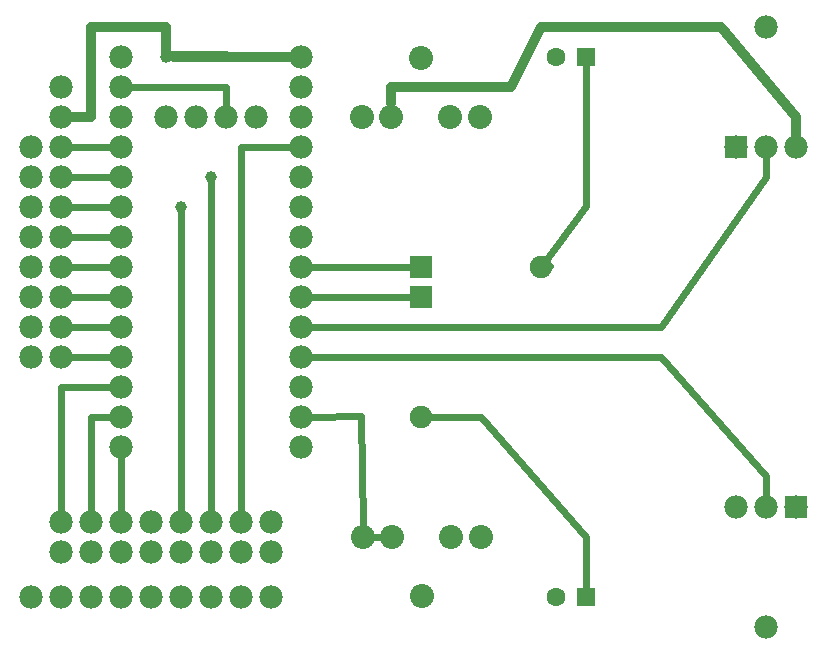
<source format=gtl>
G04 MADE WITH FRITZING*
G04 WWW.FRITZING.ORG*
G04 DOUBLE SIDED*
G04 HOLES PLATED*
G04 CONTOUR ON CENTER OF CONTOUR VECTOR*
%ASAXBY*%
%FSLAX23Y23*%
%MOIN*%
%OFA0B0*%
%SFA1.0B1.0*%
%ADD10C,0.078000*%
%ADD11C,0.080350*%
%ADD12C,0.062992*%
%ADD13C,0.075000*%
%ADD14C,0.039370*%
%ADD15R,0.078000X0.078000*%
%ADD16R,0.062992X0.062992*%
%ADD17R,0.075000X0.075000*%
%ADD18C,0.024000*%
%ADD19C,0.032000*%
%ADD20R,0.001000X0.001000*%
%LNCOPPER1*%
G90*
G70*
G54D10*
X1007Y1968D03*
X1007Y1868D03*
X1007Y1768D03*
X1007Y1668D03*
X1007Y1568D03*
X1007Y1468D03*
X1007Y1368D03*
X1007Y1268D03*
X1007Y1168D03*
X1007Y1068D03*
X1007Y968D03*
X1007Y868D03*
X1007Y768D03*
X1007Y668D03*
X407Y1968D03*
X407Y1868D03*
X407Y1768D03*
X407Y1668D03*
X407Y1568D03*
X407Y1468D03*
X407Y1368D03*
X407Y1268D03*
X407Y1168D03*
X407Y1068D03*
X407Y968D03*
X407Y868D03*
X407Y768D03*
X407Y668D03*
X108Y1668D03*
X108Y1568D03*
X108Y1468D03*
X108Y1368D03*
X108Y1268D03*
X108Y1168D03*
X108Y1068D03*
X108Y968D03*
X108Y1668D03*
X108Y1568D03*
X108Y1468D03*
X108Y1368D03*
X108Y1268D03*
X108Y1168D03*
X108Y1068D03*
X108Y968D03*
X208Y968D03*
X208Y1068D03*
X208Y1168D03*
X208Y1268D03*
X208Y1368D03*
X208Y1468D03*
X208Y1568D03*
X208Y1668D03*
X208Y318D03*
X308Y318D03*
X408Y318D03*
X508Y318D03*
X608Y318D03*
X708Y318D03*
X808Y318D03*
X908Y318D03*
X208Y318D03*
X308Y318D03*
X408Y318D03*
X508Y318D03*
X608Y318D03*
X708Y318D03*
X808Y318D03*
X908Y318D03*
X908Y418D03*
X808Y418D03*
X708Y418D03*
X608Y418D03*
X508Y418D03*
X408Y418D03*
X308Y418D03*
X208Y418D03*
X108Y168D03*
X208Y168D03*
X308Y168D03*
X408Y168D03*
X508Y168D03*
X608Y168D03*
X708Y168D03*
X808Y168D03*
X908Y168D03*
G54D11*
X1409Y171D03*
X1213Y368D03*
X1311Y368D03*
X1508Y368D03*
X1606Y368D03*
X1406Y1964D03*
X1603Y1768D03*
X1504Y1768D03*
X1307Y1768D03*
X1209Y1768D03*
G54D10*
X2658Y468D03*
X2558Y468D03*
X2458Y468D03*
X2458Y1668D03*
X2558Y1668D03*
X2658Y1668D03*
G54D12*
X1956Y168D03*
X1858Y168D03*
X1956Y1968D03*
X1858Y1968D03*
G54D13*
X1407Y1168D03*
X1407Y768D03*
X1407Y1268D03*
X1807Y1268D03*
G54D14*
X707Y1568D03*
X607Y1468D03*
G54D10*
X2558Y68D03*
X2558Y2068D03*
X557Y1768D03*
X657Y1768D03*
X757Y1768D03*
X857Y1768D03*
G54D14*
X557Y1968D03*
G54D10*
X208Y1768D03*
X208Y1868D03*
G54D15*
X2658Y468D03*
X2458Y1668D03*
G54D16*
X1956Y168D03*
X1956Y1968D03*
G54D17*
X1407Y1168D03*
X1407Y1268D03*
G54D18*
X238Y1668D02*
X377Y1668D01*
D02*
X238Y1568D02*
X377Y1568D01*
D02*
X238Y1468D02*
X377Y1468D01*
D02*
X238Y1368D02*
X377Y1368D01*
D02*
X238Y1268D02*
X377Y1268D01*
D02*
X238Y1168D02*
X377Y1168D01*
D02*
X238Y1068D02*
X377Y1068D01*
D02*
X238Y968D02*
X377Y968D01*
G54D19*
D02*
X1007Y1968D02*
X582Y1968D01*
G54D18*
D02*
X1607Y768D02*
X1957Y368D01*
D02*
X1957Y368D02*
X1956Y195D01*
D02*
X1436Y768D02*
X1607Y768D01*
D02*
X1957Y1469D02*
X1956Y1941D01*
D02*
X1808Y1268D02*
X1957Y1469D01*
D02*
X1836Y1271D02*
X1808Y1268D01*
D02*
X1379Y1268D02*
X1038Y1268D01*
D02*
X1379Y1168D02*
X1038Y1168D01*
D02*
X2208Y967D02*
X1038Y968D01*
D02*
X2557Y569D02*
X2208Y967D01*
D02*
X2557Y498D02*
X2557Y569D01*
D02*
X708Y448D02*
X707Y1549D01*
D02*
X608Y448D02*
X607Y1449D01*
D02*
X977Y1668D02*
X807Y1668D01*
D02*
X807Y1668D02*
X808Y448D01*
D02*
X757Y1798D02*
X757Y1868D01*
D02*
X757Y1868D02*
X438Y1868D01*
D02*
X2557Y1568D02*
X2208Y1068D01*
D02*
X2208Y1068D02*
X1038Y1068D01*
D02*
X2557Y1638D02*
X2557Y1568D01*
G54D19*
D02*
X2658Y1704D02*
X2658Y1768D01*
D02*
X2658Y1768D02*
X2408Y2068D01*
D02*
X2408Y2068D02*
X1808Y2068D01*
D02*
X1808Y2068D02*
X1707Y1867D01*
D02*
X1707Y1867D02*
X1306Y1868D01*
D02*
X1306Y1868D02*
X1307Y1815D01*
G54D18*
D02*
X1212Y409D02*
X1208Y769D01*
D02*
X1208Y769D02*
X1038Y768D01*
D02*
X1270Y368D02*
X1254Y368D01*
D02*
X307Y768D02*
X377Y768D01*
D02*
X308Y448D02*
X307Y768D01*
D02*
X408Y448D02*
X407Y638D01*
D02*
X208Y448D02*
X207Y868D01*
D02*
X207Y868D02*
X377Y868D01*
G54D19*
D02*
X557Y1969D02*
X557Y2068D01*
D02*
X307Y1768D02*
X243Y1768D01*
D02*
X557Y2068D02*
X307Y2068D01*
D02*
X307Y2068D02*
X307Y1768D01*
D02*
X972Y1968D02*
X557Y1969D01*
G54D20*
D02*
G04 End of Copper1*
M02*
</source>
